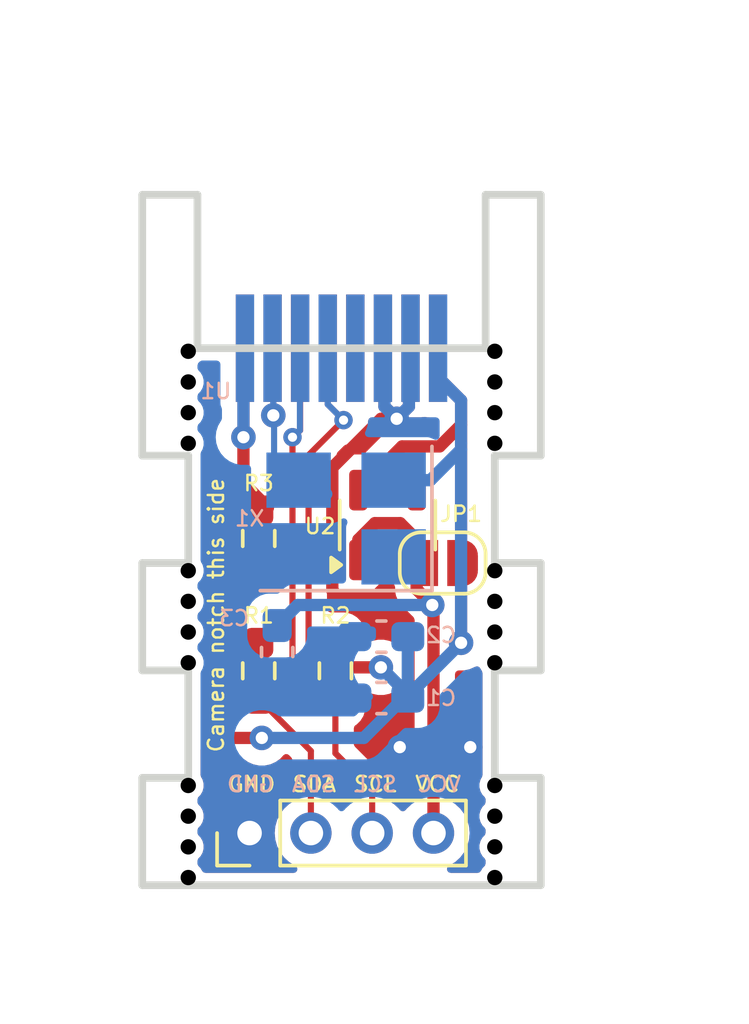
<source format=kicad_pcb>
(kicad_pcb (version 20240108) (generator "pcbnew") (generator_version "8.0")
  (layers (0 "F.Cu" signal) (31 "B.Cu" signal) (34 "B.Paste" user) (35 "F.Paste" user) (36 "B.SilkS" user "B.Silkscreen") (37 "F.SilkS" user "F.Silkscreen") (38 "B.Mask" user) (39 "F.Mask" user) (44 "Edge.Cuts" user))
  (net 0 "")
  (net 1 "+3.3V")
  (net 2 "GND")
  (net 3 "/SDA")
  (net 4 "/SCL")
  (net 5 "Net-(U1-RESET)")
  (net 7 "/CLK")
  (net 10 "VCC")
  (footprint "PCM_kikit:NPTH" (layer "F.Cu") (at 111.5 119.25)
    (property "Reference" "REF**" (hide yes))
    (property "Value" "NPTH" (hide yes))
    (pad "" np_thru_hole circle (at 0 0) (size 0.5 0.5) (drill 0.5) (layers "*.Mask"))
  )
  (footprint "PCM_kikit:NPTH" (layer "F.Cu") (at 111.5 121.25)
    (property "Reference" "REF**" (hide yes))
    (property "Value" "NPTH" (hide yes))
    (pad "" np_thru_hole circle (at 0 0) (size 0.5 0.5) (drill 0.5) (layers "*.Mask"))
  )
  (footprint "PCM_kikit:NPTH" (layer "F.Cu") (at 111.5 112.25)
    (property "Reference" "REF**" (hide yes))
    (property "Value" "NPTH" (hide yes))
    (pad "" np_thru_hole circle (at 0 0) (size 0.5 0.5) (drill 0.5) (layers "*.Mask"))
  )
  (footprint "PCM_kikit:NPTH" (layer "F.Cu") (at 101.5 104.1)
    (property "Reference" "REF**" (hide yes))
    (property "Value" "NPTH" (hide yes))
    (pad "" np_thru_hole circle (at 0 0) (size 0.5 0.5) (drill 0.5) (layers "*.Mask"))
  )
  (footprint "PCM_kikit:NPTH" (layer "F.Cu") (at 111.5 105.1)
    (property "Reference" "REF**" (hide yes))
    (property "Value" "NPTH" (hide yes))
    (pad "" np_thru_hole circle (at 0 0) (size 0.5 0.5) (drill 0.5) (layers "*.Mask"))
  )
  (footprint "PCM_kikit:NPTH" (layer "F.Cu") (at 111.5 107.1)
    (property "Reference" "REF**" (hide yes))
    (property "Value" "NPTH" (hide yes))
    (pad "" np_thru_hole circle (at 0 0) (size 0.5 0.5) (drill 0.5) (layers "*.Mask"))
  )
  (footprint "PCM_kikit:NPTH" (layer "F.Cu") (at 101.5 121.25)
    (property "Reference" "REF**" (hide yes))
    (property "Value" "NPTH" (hide yes))
    (pad "" np_thru_hole circle (at 0 0) (size 0.5 0.5) (drill 0.5) (layers "*.Mask"))
  )
  (footprint "PCM_kikit:NPTH" (layer "F.Cu") (at 101.5 106.1)
    (property "Reference" "REF**" (hide yes))
    (property "Value" "NPTH" (hide yes))
    (pad "" np_thru_hole circle (at 0 0) (size 0.5 0.5) (drill 0.5) (layers "*.Mask"))
  )
  (footprint "PCM_kikit:NPTH" (layer "F.Cu") (at 101.5 112.25)
    (property "Reference" "REF**" (hide yes))
    (property "Value" "NPTH" (hide yes))
    (pad "" np_thru_hole circle (at 0 0) (size 0.5 0.5) (drill 0.5) (layers "*.Mask"))
  )
  (footprint "PCM_kikit:NPTH" (layer "F.Cu") (at 101.5 107.1)
    (property "Reference" "REF**" (hide yes))
    (property "Value" "NPTH" (hide yes))
    (pad "" np_thru_hole circle (at 0 0) (size 0.5 0.5) (drill 0.5) (layers "*.Mask"))
  )
  (footprint "PCM_kikit:NPTH" (layer "F.Cu") (at 101.5 114.25)
    (property "Reference" "REF**" (hide yes))
    (property "Value" "NPTH" (hide yes))
    (pad "" np_thru_hole circle (at 0 0) (size 0.5 0.5) (drill 0.5) (layers "*.Mask"))
  )
  (footprint "PCM_kikit:NPTH" (layer "F.Cu") (at 111.5 118.25)
    (property "Reference" "REF**" (hide yes))
    (property "Value" "NPTH" (hide yes))
    (pad "" np_thru_hole circle (at 0 0) (size 0.5 0.5) (drill 0.5) (layers "*.Mask"))
  )
  (footprint "PCM_kikit:NPTH" (layer "F.Cu") (at 101.5 120.25)
    (property "Reference" "REF**" (hide yes))
    (property "Value" "NPTH" (hide yes))
    (pad "" np_thru_hole circle (at 0 0) (size 0.5 0.5) (drill 0.5) (layers "*.Mask"))
  )
  (footprint "Resistor_SMD:R_0603_1608Metric_Pad0.98x0.95mm_HandSolder" (layer "F.Cu") (at 103.8 110.2 90)
    (property "Reference" "R3" (at 1.8 0 0) (layer "F.SilkS") (effects (font (size 0.5 0.5) (thickness 0.08))))
    (property "Value" "33K")
    (fp_line (start -0.254724 -0.5225) (end 0.254724 -0.5225) (stroke (width 0.12)) (layer "F.SilkS"))
    (fp_line (start -0.254724 0.5225) (end 0.254724 0.5225) (stroke (width 0.12)) (layer "F.SilkS"))
    (pad "1" smd roundrect (at -0.9125 0 90) (size 0.975 0.95) (layers "F.Cu" "F.Paste" "F.Mask") (net 1 "+3.3V"))
    (pad "2" smd roundrect (at 0.9125 0 90) (size 0.975 0.95) (layers "F.Cu" "F.Paste" "F.Mask") (net 5 "Net-(U1-RESET)"))
  )
  (footprint "PCM_kikit:NPTH" (layer "F.Cu") (at 111.5 104.1)
    (property "Reference" "REF**" (hide yes))
    (property "Value" "NPTH" (hide yes))
    (pad "" np_thru_hole circle (at 0 0) (size 0.5 0.5) (drill 0.5) (layers "*.Mask"))
  )
  (footprint "PCM_kikit:NPTH" (layer "F.Cu") (at 101.5 111.25)
    (property "Reference" "REF**" (hide yes))
    (property "Value" "NPTH" (hide yes))
    (pad "" np_thru_hole circle (at 0 0) (size 0.5 0.5) (drill 0.5) (layers "*.Mask"))
  )
  (footprint "PCM_kikit:NPTH" (layer "F.Cu") (at 111.5 114.25)
    (property "Reference" "REF**" (hide yes))
    (property "Value" "NPTH" (hide yes))
    (pad "" np_thru_hole circle (at 0 0) (size 0.5 0.5) (drill 0.5) (layers "*.Mask"))
  )
  (footprint "PCM_kikit:NPTH" (layer "F.Cu") (at 101.5 105.1)
    (property "Reference" "REF**" (hide yes))
    (property "Value" "NPTH" (hide yes))
    (pad "" np_thru_hole circle (at 0 0) (size 0.5 0.5) (drill 0.5) (layers "*.Mask"))
  )
  (footprint "Connector_PinHeader_2.00mm:PinHeader_1x04_P2.00mm_Vertical" (layer "F.Cu") (at 103.5 119.8 90)
    (property "Reference" "J1" (hide yes))
    (property "Value" "Conn_01x04_Pin")
    (fp_line (start -1.06 -1.06) (end 0 -1.06) (stroke (width 0.12)) (layer "F.SilkS"))
    (fp_line (start -1.06 0) (end -1.06 -1.06) (stroke (width 0.12)) (layer "F.SilkS"))
    (fp_line (start 1.06 1) (end 1.06 7.06) (stroke (width 0.12)) (layer "F.SilkS"))
    (fp_line (start -1.06 1) (end 1.06 1) (stroke (width 0.12)) (layer "F.SilkS"))
    (fp_line (start -1.06 1) (end -1.06 7.06) (stroke (width 0.12)) (layer "F.SilkS"))
    (fp_line (start -1.06 7.06) (end 1.06 7.06) (stroke (width 0.12)) (layer "F.SilkS"))
    (pad "1" thru_hole rect (at 0 0 90) (size 1.35 1.35) (drill 0.8) (layers "*.Cu" "*.Mask") (net 2 "GND"))
    (pad "2" thru_hole oval (at 0 2 90) (size 1.35 1.35) (drill 0.8) (layers "*.Cu" "*.Mask") (net 3 "/SDA"))
    (pad "3" thru_hole oval (at 0 4 90) (size 1.35 1.35) (drill 0.8) (layers "*.Cu" "*.Mask") (net 4 "/SCL"))
    (pad "4" thru_hole oval (at 0 6 90) (size 1.35 1.35) (drill 0.8) (layers "*.Cu" "*.Mask") (net 10 "VCC"))
  )
  (footprint "Resistor_SMD:R_0603_1608Metric_Pad0.98x0.95mm_HandSolder" (layer "F.Cu") (at 106.3 114.5125 90)
    (property "Reference" "R2" (at 1.8 0 0) (layer "F.SilkS") (effects (font (size 0.5 0.5) (thickness 0.08))))
    (property "Value" "2.7K")
    (fp_line (start -0.254724 -0.5225) (end 0.254724 -0.5225) (stroke (width 0.12)) (layer "F.SilkS"))
    (fp_line (start -0.254724 0.5225) (end 0.254724 0.5225) (stroke (width 0.12)) (layer "F.SilkS"))
    (pad "1" smd roundrect (at -0.9125 0 90) (size 0.975 0.95) (layers "F.Cu" "F.Paste" "F.Mask") (net 4 "/SCL"))
    (pad "2" smd roundrect (at 0.9125 0 90) (size 0.975 0.95) (layers "F.Cu" "F.Paste" "F.Mask") (net 1 "+3.3V"))
  )
  (footprint "PCM_kikit:NPTH" (layer "F.Cu") (at 111.5 111.25)
    (property "Reference" "REF**" (hide yes))
    (property "Value" "NPTH" (hide yes))
    (pad "" np_thru_hole circle (at 0 0) (size 0.5 0.5) (drill 0.5) (layers "*.Mask"))
  )
  (footprint "Jumper:SolderJumper-2_P1.3mm_Open_RoundedPad1.0x1.5mm" (layer "F.Cu") (at 109.8 111)
    (property "Reference" "JP1" (at 0.6 -1.6 0) (layer "F.SilkS") (effects (font (size 0.5 0.5) (thickness 0.08))))
    (property "Value" "SolderJumper_2_Open")
    (fp_line (start -1.4 0.3) (end -1.4 -0.3) (stroke (width 0.12)) (layer "F.SilkS"))
    (fp_line (start -0.7 -1) (end 0.7 -1) (stroke (width 0.12)) (layer "F.SilkS"))
    (fp_line (start 0.7 1) (end -0.7 1) (stroke (width 0.12)) (layer "F.SilkS"))
    (fp_line (start 1.4 -0.3) (end 1.4 0.3) (stroke (width 0.12)) (layer "F.SilkS"))
    (fp_arc (start -1.4 -0.3) (mid -1.194975 -0.794975) (end -0.7 -1) (stroke (width 0.12)) (layer "F.SilkS"))
    (fp_arc (start -0.7 1) (mid -1.194975 0.794975) (end -1.4 0.3) (stroke (width 0.12)) (layer "F.SilkS"))
    (fp_arc (start 0.7 -1) (mid 1.194975 -0.794975) (end 1.4 -0.3) (stroke (width 0.12)) (layer "F.SilkS"))
    (fp_arc (start 1.4 0.3) (mid 1.194975 0.794975) (end 0.7 1) (stroke (width 0.12)) (layer "F.SilkS"))
    (pad "1" smd custom (at -0.65 0) (size 1 0.5) (layers "F.Cu" "F.Mask") (net 10 "VCC") (options (clearance outline) (anchor rect)) (primitives (gr_circle (center 0 0.25) (end 0.5 0.25) (width 0) (fill yes)) (gr_circle (center 0 -0.25) (end 0.5 -0.25) (width 0) (fill yes)) (gr_poly (pts (xy 0.5 0.75) (xy 0 0.75) (xy 0 -0.75) (xy 0.5 -0.75)) (width 0) (fill yes))))
    (pad "2" smd custom (at 0.65 0) (size 1 0.5) (layers "F.Cu" "F.Mask") (net 1 "+3.3V") (options (clearance outline) (anchor rect)) (primitives (gr_circle (center 0 0.25) (end 0.5 0.25) (width 0) (fill yes)) (gr_circle (center 0 -0.25) (end 0.5 -0.25) (width 0) (fill yes)) (gr_poly (pts (xy 0 0.75) (xy -0.5 0.75) (xy -0.5 -0.75) (xy 0 -0.75)) (width 0) (fill yes))))
  )
  (footprint "PCM_kikit:NPTH" (layer "F.Cu") (at 101.5 118.25)
    (property "Reference" "REF**" (hide yes))
    (property "Value" "NPTH" (hide yes))
    (pad "" np_thru_hole circle (at 0 0) (size 0.5 0.5) (drill 0.5) (layers "*.Mask"))
  )
  (footprint "Resistor_SMD:R_0603_1608Metric_Pad0.98x0.95mm_HandSolder" (layer "F.Cu") (at 103.8 114.5125 -90)
    (property "Reference" "R1" (at -1.8 0 0) (layer "F.SilkS") (effects (font (size 0.5 0.5) (thickness 0.08))))
    (property "Value" "2.7K")
    (fp_line (start -0.254724 0.5225) (end 0.254724 0.5225) (stroke (width 0.12)) (layer "F.SilkS"))
    (fp_line (start -0.254724 -0.5225) (end 0.254724 -0.5225) (stroke (width 0.12)) (layer "F.SilkS"))
    (pad "1" smd roundrect (at -0.9125 0 270) (size 0.975 0.95) (layers "F.Cu" "F.Paste" "F.Mask") (net 1 "+3.3V"))
    (pad "2" smd roundrect (at 0.9125 0 270) (size 0.975 0.95) (layers "F.Cu" "F.Paste" "F.Mask") (net 3 "/SDA"))
  )
  (footprint "Package_TO_SOT_SMD:SOT-23-5" (layer "F.Cu") (at 108 109.7625 90)
    (property "Reference" "U2" (at -0.0375 -2.2 0) (layer "F.SilkS") (effects (font (size 0.5 0.5) (thickness 0.08))))
    (property "Value" "AP2112-3.3V")
    (fp_line (start 0 -1.56) (end 0.8 -1.56) (stroke (width 0.12)) (layer "F.SilkS"))
    (fp_line (start 0 -1.56) (end -0.8 -1.56) (stroke (width 0.12)) (layer "F.SilkS"))
    (fp_line (start 0 1.56) (end 0.8 1.56) (stroke (width 0.12)) (layer "F.SilkS"))
    (fp_line (start 0 1.56) (end -0.8 1.56) (stroke (width 0.12)) (layer "F.SilkS"))
    (fp_poly (pts (xy -1.3 -1.51) (xy -1.54 -1.84) (xy -1.06 -1.84) (xy -1.3 -1.51)) (stroke (width 0.12)) (fill solid) (layer "F.SilkS"))
    (pad "1" smd roundrect (at -1.1375 -0.95 90) (size 1.325 0.6) (layers "F.Cu" "F.Paste" "F.Mask") (net 10 "VCC"))
    (pad "2" smd roundrect (at -1.1375 0 90) (size 1.325 0.6) (layers "F.Cu" "F.Paste" "F.Mask") (net 2 "GND"))
    (pad "3" smd roundrect (at -1.1375 0.95 90) (size 1.325 0.6) (layers "F.Cu" "F.Paste" "F.Mask") (net 10 "VCC"))
    (pad "4" smd roundrect (at 1.1375 0.95 90) (size 1.325 0.6) (layers "F.Cu" "F.Paste" "F.Mask"))
    (pad "5" smd roundrect (at 1.1375 -0.95 90) (size 1.325 0.6) (layers "F.Cu" "F.Paste" "F.Mask") (net 1 "+3.3V"))
  )
  (footprint "PCM_kikit:NPTH" (layer "F.Cu") (at 111.5 113.25)
    (property "Reference" "REF**" (hide yes))
    (property "Value" "NPTH" (hide yes))
    (pad "" np_thru_hole circle (at 0 0) (size 0.5 0.5) (drill 0.5) (layers "*.Mask"))
  )
  (footprint "PCM_kikit:NPTH" (layer "F.Cu") (at 111.5 120.25)
    (property "Reference" "REF**" (hide yes))
    (property "Value" "NPTH" (hide yes))
    (pad "" np_thru_hole circle (at 0 0) (size 0.5 0.5) (drill 0.5) (layers "*.Mask"))
  )
  (footprint "PCM_kikit:NPTH" (layer "F.Cu") (at 101.5 113.25)
    (property "Reference" "REF**" (hide yes))
    (property "Value" "NPTH" (hide yes))
    (pad "" np_thru_hole circle (at 0 0) (size 0.5 0.5) (drill 0.5) (layers "*.Mask"))
  )
  (footprint "PCM_kikit:NPTH" (layer "F.Cu") (at 111.5 106.1)
    (property "Reference" "REF**" (hide yes))
    (property "Value" "NPTH" (hide yes))
    (pad "" np_thru_hole circle (at 0 0) (size 0.5 0.5) (drill 0.5) (layers "*.Mask"))
  )
  (footprint "PCM_kikit:Tab" (layer "F.Cu") (at 112.1 99 -90)
    (property "Reference" "REF**" (hide yes))
    (property "Value" "Tab")
  )
  (footprint "PCM_kikit:NPTH" (layer "F.Cu") (at 101.5 119.25)
    (property "Reference" "REF**" (hide yes))
    (property "Value" "NPTH" (hide yes))
    (pad "" np_thru_hole circle (at 0 0) (size 0.5 0.5) (drill 0.5) (layers "*.Mask"))
  )
  (footprint "Oscillator:Oscillator_SMD_SeikoEpson_SG8002CE-4Pin_3.2x2.5mm_HandSoldering" (layer "B.Cu") (at 106.65 109.55 180)
    (property "Reference" "X1" (at 3.15 0 0) (layer "B.SilkS") (effects (font (size 0.5 0.5) (thickness 0.08)) (justify mirror)))
    (property "Value" "SG3225CAN 24.0000M-TJGA3")
    (fp_line (start 2.8 -2.35) (end -2.8 -2.35) (stroke (width 0.12)) (layer "B.SilkS"))
    (fp_line (start -2.8 -2.35) (end -2.8 2.35) (stroke (width 0.12)) (layer "B.SilkS"))
    (pad "1" smd rect (at -1.55 -1.25 180) (size 2.1 1.8) (layers "B.Cu" "B.Paste" "B.Mask"))
    (pad "2" smd rect (at 1.55 -1.25 180) (size 2.1 1.8) (layers "B.Cu" "B.Paste" "B.Mask") (net 2 "GND"))
    (pad "3" smd rect (at 1.55 1.25 180) (size 2.1 1.8) (layers "B.Cu" "B.Paste" "B.Mask") (net 7 "/CLK"))
    (pad "4" smd rect (at -1.55 1.25 180) (size 2.1 1.8) (layers "B.Cu" "B.Paste" "B.Mask") (net 1 "+3.3V"))
  )
  (footprint "Capacitor_SMD:C_0603_1608Metric_Pad1.08x0.95mm_HandSolder" (layer "B.Cu") (at 107.8 115.4 180)
    (property "Reference" "C1" (at -1.95 0 0) (layer "B.SilkS") (effects (font (size 0.5 0.5) (thickness 0.08)) (justify mirror)))
    (property "Value" "0.1uF")
    (fp_line (start 0.146267 0.51) (end -0.146267 0.51) (stroke (width 0.12)) (layer "B.SilkS"))
    (fp_line (start 0.146267 -0.51) (end -0.146267 -0.51) (stroke (width 0.12)) (layer "B.SilkS"))
    (pad "1" smd roundrect (at -0.8625 0 180) (size 1.075 0.95) (layers "B.Cu" "B.Paste" "B.Mask") (net 1 "+3.3V"))
    (pad "2" smd roundrect (at 0.8625 0 180) (size 1.075 0.95) (layers "B.Cu" "B.Paste" "B.Mask") (net 2 "GND"))
  )
  (footprint "Capacitor_SMD:C_0603_1608Metric_Pad1.08x0.95mm_HandSolder" (layer "B.Cu") (at 107.8 113.4 180)
    (property "Reference" "C2" (at -1.95 0.05 0) (layer "B.SilkS") (effects (font (size 0.5 0.5) (thickness 0.08)) (justify mirror)))
    (property "Value" "1uF")
    (fp_line (start 0.146267 0.51) (end -0.146267 0.51) (stroke (width 0.12)) (layer "B.SilkS"))
    (fp_line (start 0.146267 -0.51) (end -0.146267 -0.51) (stroke (width 0.12)) (layer "B.SilkS"))
    (pad "1" smd roundrect (at -0.8625 0 180) (size 1.075 0.95) (layers "B.Cu" "B.Paste" "B.Mask") (net 1 "+3.3V"))
    (pad "2" smd roundrect (at 0.8625 0 180) (size 1.075 0.95) (layers "B.Cu" "B.Paste" "B.Mask") (net 2 "GND"))
  )
  (footprint "GUN4IR:wiimote-pixart-camera-inline_slim_nocuts" (layer "B.Cu") (at 106.5 101.5 180)
    (property "Reference" "U1" (at 4.1 -3.9 0) (layer "B.SilkS") (effects (font (size 0.5 0.5) (thickness 0.08)) (justify mirror)))
    (property "Value" "~")
    (pad "1" connect rect (at -3.15 -2.5 180) (size 0.6 3.5) (layers "F.Cu" "F.Mask") (net 1 "+3.3V"))
    (pad "1" connect rect (at -3.15 -2.5 180) (size 0.6 3.5) (layers "B.Cu" "B.Mask") (net 1 "+3.3V"))
    (pad "2" connect rect (at -2.25 -2.5 180) (size 0.6 3.5) (layers "F.Cu" "F.Mask") (net 2 "GND"))
    (pad "2" connect rect (at -2.25 -2.5 180) (size 0.6 3.5) (layers "B.Cu" "B.Mask") (net 2 "GND"))
    (pad "3" connect rect (at -1.35 -2.5 180) (size 0.6 3.5) (layers "F.Cu" "F.Mask") (net 2 "GND"))
    (pad "3" connect rect (at -1.35 -2.5 180) (size 0.6 3.5) (layers "B.Cu" "B.Mask") (net 2 "GND"))
    (pad "4" connect rect (at -0.45 -2.5 180) (size 0.6 3.5) (layers "F.Cu" "F.Mask"))
    (pad "4" connect rect (at -0.45 -2.5 180) (size 0.6 3.5) (layers "B.Cu" "B.Mask"))
    (pad "5" connect rect (at 0.45 -2.5 180) (size 0.6 3.5) (layers "F.Cu" "F.Mask") (net 4 "/SCL"))
    (pad "5" connect rect (at 0.45 -2.5 180) (size 0.6 3.5) (layers "B.Cu" "B.Mask") (net 4 "/SCL"))
    (pad "6" connect rect (at 1.35 -2.5 180) (size 0.6 3.5) (layers "F.Cu" "F.Mask") (net 3 "/SDA"))
    (pad "6" connect rect (at 1.35 -2.5 180) (size 0.6 3.5) (layers "B.Cu" "B.Mask") (net 3 "/SDA"))
    (pad "7" connect rect (at 2.25 -2.5 180) (size 0.6 3.5) (layers "F.Cu" "F.Mask") (net 7 "/CLK"))
    (pad "7" connect rect (at 2.25 -2.5 180) (size 0.6 3.5) (layers "B.Cu" "B.Mask") (net 7 "/CLK"))
    (pad "8" connect rect (at 3.15 -2.5 180) (size 0.6 3.5) (layers "F.Cu" "F.Mask") (net 5 "Net-(U1-RESET)"))
    (pad "8" connect rect (at 3.15 -2.5 180) (size 0.6 3.5) (layers "B.Cu" "B.Mask") (net 5 "Net-(U1-RESET)"))
  )
  (footprint "Capacitor_SMD:C_0603_1608Metric_Pad1.08x0.95mm_HandSolder" (layer "B.Cu") (at 104.4 113.9 -90)
    (property "Reference" "C3" (at -1.1 1.4 180) (layer "B.SilkS") (effects (font (size 0.5 0.5) (thickness 0.08)) (justify mirror)))
    (property "Value" "1uF")
    (fp_line (start 0.146267 0.51) (end -0.146267 0.51) (stroke (width 0.12)) (layer "B.SilkS"))
    (fp_line (start 0.146267 -0.51) (end -0.146267 -0.51) (stroke (width 0.12)) (layer "B.SilkS"))
    (pad "1" smd roundrect (at -0.8625 0 270) (size 1.075 0.95) (layers "B.Cu" "B.Paste" "B.Mask") (net 10 "VCC"))
    (pad "2" smd roundrect (at 0.8625 0 270) (size 1.075 0.95) (layers "B.Cu" "B.Paste" "B.Mask") (net 2 "GND"))
  )
  (gr_line (start 111.5 111) (end 113 111) (stroke (width 0.25)) (layer "Edge.Cuts"))
  (gr_line (start 101.5 118) (end 100 118) (stroke (width 0.25)) (layer "Edge.Cuts"))
  (gr_line (start 113 111) (end 113 114.5) (stroke (width 0.25)) (layer "Edge.Cuts"))
  (gr_line (start 100 107.5) (end 100 99) (stroke (width 0.25)) (layer "Edge.Cuts"))
  (gr_line (start 100 121.5) (end 113 121.5) (stroke (width 0.25)) (layer "Edge.Cuts"))
  (gr_line (start 113 99) (end 111.2 99) (stroke (width 0.25)) (layer "Edge.Cuts"))
  (gr_line (start 101.8 99) (end 100 99) (stroke (width 0.25)) (layer "Edge.Cuts"))
  (gr_line (start 111.5 118) (end 113 118) (stroke (width 0.25)) (layer "Edge.Cuts"))
  (gr_line (start 100 111) (end 100 114.5) (stroke (width 0.25)) (layer "Edge.Cuts"))
  (gr_line (start 101.5 118) (end 101.5 114.5) (stroke (width 0.25)) (layer "Edge.Cuts"))
  (gr_line (start 101.5 114.5) (end 100 114.5) (stroke (width 0.25)) (layer "Edge.Cuts"))
  (gr_line (start 101.8 99) (end 101.8 104) (stroke (width 0.25)) (layer "Edge.Cuts"))
  (gr_line (start 111.5 114.5) (end 113 114.5) (stroke (width 0.25)) (layer "Edge.Cuts"))
  (gr_line (start 111.5 118) (end 111.5 114.5) (stroke (width 0.25)) (layer "Edge.Cuts"))
  (gr_line (start 101.5 111) (end 101.5 107.5) (stroke (width 0.25)) (layer "Edge.Cuts"))
  (gr_line (start 113 107.5) (end 111.5 107.5) (stroke (width 0.25)) (layer "Edge.Cuts"))
  (gr_line (start 111.2 99) (end 111.2 104) (stroke (width 0.25)) (layer "Edge.Cuts"))
  (gr_line (start 100 118) (end 100 121.5) (stroke (width 0.25)) (layer "Edge.Cuts"))
  (gr_line (start 111.5 111) (end 111.5 107.5) (stroke (width 0.25)) (layer "Edge.Cuts"))
  (gr_line (start 100 107.5) (end 101.5 107.5) (stroke (width 0.25)) (layer "Edge.Cuts"))
  (gr_line (start 111.2 104) (end 101.8 104) (stroke (width 0.25)) (layer "Edge.Cuts"))
  (gr_line (start 101.5 111) (end 100 111) (stroke (width 0.25)) (layer "Edge.Cuts"))
  (gr_line (start 113 107.5) (end 113 99) (stroke (width 0.25)) (layer "Edge.Cuts"))
  (gr_line (start 113 118) (end 113 121.5) (stroke (width 0.25)) (layer "Edge.Cuts"))
  (gr_text "SDA" (at 106.345238 118.5 -0) (layer "B.SilkS") (effects (font (size 0.5 0.5) (thickness 0.08)) (justify left bottom mirror)))
  (gr_text "GND" (at 104.345238 118.5 -0) (layer "B.SilkS") (effects (font (size 0.5 0.5) (thickness 0.08)) (justify left bottom mirror)))
  (gr_text "VCC" (at 110.445238 118.5 -0) (layer "B.SilkS") (effects (font (size 0.5 0.5) (thickness 0.08)) (justify left bottom mirror)))
  (gr_text "SCL" (at 108.345238 118.5 -0) (layer "B.SilkS") (effects (font (size 0.5 0.5) (thickness 0.08)) (justify left bottom mirror)))
  (gr_text "Camera notch this side" (at 102.7 112.7 90) (layer "F.SilkS") (effects (font (size 0.5 0.5) (thickness 0.08)) (justify bottom)))
  (gr_text "VCC" (at 108.858096 118.5 0) (layer "F.SilkS") (effects (font (size 0.5 0.5) (thickness 0.08)) (justify left bottom)))
  (gr_text "SCL" (at 106.858096 118.5 0) (layer "F.SilkS") (effects (font (size 0.5 0.5) (thickness 0.08)) (justify left bottom)))
  (gr_text "GND" (at 102.758096 118.5 0) (layer "F.SilkS") (effects (font (size 0.5 0.5) (thickness 0.08)) (justify left bottom)))
  (gr_text "SDA" (at 104.858096 118.5 0) (layer "F.SilkS") (effects (font (size 0.5 0.5) (thickness 0.08)) (justify left bottom)))
  (segment (start 107.05 108.625) (end 108.475 107.2) (width 0.4) (layer "F.Cu") (net 1))
  (segment (start 102.4 112.6) (end 103.8 111.2) (width 0.4) (layer "F.Cu") (net 1))
  (segment (start 109.7 107.2) (end 110.4 106.5) (width 0.4) (layer "F.Cu") (net 1))
  (segment (start 110.4 105.7) (end 109.65 104.95) (width 0.4) (layer "F.Cu") (net 1))
  (segment (start 106.3 114.1) (end 106.6 114.4) (width 0.4) (layer "F.Cu") (net 1))
  (segment (start 107.783793 114.4) (end 107.783794 114.399999) (width 0.4) (layer "F.Cu") (net 1))
  (segment (start 110.4 113.6) (end 110.4 106.5) (width 0.4) (layer "F.Cu") (net 1))
  (segment (start 108.475 107.2) (end 109.7 107.2) (width 0.4) (layer "F.Cu") (net 1))
  (segment (start 102.4 116.3) (end 102.8 116.7) (width 0.4) (layer "F.Cu") (net 1))
  (segment (start 102.4 116.3) (end 102.4 114.5) (width 0.4) (layer "F.Cu") (net 1))
  (segment (start 106.6 114.4) (end 107.783793 114.4) (width 0.4) (layer "F.Cu") (net 1))
  (segment (start 110.4 106.4) (end 110.4 105.7) (width 0.4) (layer "F.Cu") (net 1))
  (segment (start 102.4 112.6) (end 102.4 114.5) (width 0.4) (layer "F.Cu") (net 1))
  (segment (start 103.3 113.6) (end 102.4 114.5) (width 0.4) (layer "F.Cu") (net 1))
  (segment (start 103.8 113.6) (end 103.3 113.6) (width 0.4) (layer "F.Cu") (net 1))
  (segment (start 102.8 116.7) (end 103.9 116.7) (width 0.4) (layer "F.Cu") (net 1))
  (segment (start 110.4 106.5) (end 110.4 106.4) (width 0.4) (layer "F.Cu") (net 1))
  (segment (start 106.3 113.6) (end 106.3 114.1) (width 0.4) (layer "F.Cu") (net 1))
  (via (at 107.783794 114.399999) (size 0.8) (drill 0.4) (layers "F.Cu" "B.Cu") (net 1))
  (via (at 110.4 113.6) (size 0.8) (drill 0.4) (layers "F.Cu" "B.Cu") (net 1))
  (via (at 103.9 116.7) (size 0.8) (drill 0.4) (layers "F.Cu" "B.Cu") (net 1))
  (segment (start 108.6625 113.4) (end 108.6625 114.9) (width 0.4) (layer "B.Cu") (net 1))
  (segment (start 110.4 105.7) (end 109.65 104.95) (width 0.4) (layer "B.Cu") (net 1))
  (segment (start 109.4 108.3) (end 110.4 107.3) (width 0.4) (layer "B.Cu") (net 1))
  (segment (start 108.2 108.3) (end 109.4 108.3) (width 0.4) (layer "B.Cu") (net 1))
  (segment (start 110.4 107.3) (end 110.4 107.1) (width 0.4) (layer "B.Cu") (net 1))
  (segment (start 108.6625 115.264707) (end 108.6625 114.9) (width 0.4) (layer "B.Cu") (net 1))
  (segment (start 108.6625 115.3375) (end 110.4 113.6) (width 0.4) (layer "B.Cu") (net 1))
  (segment (start 110.4 107.1) (end 110.4 105.7) (width 0.4) (layer "B.Cu") (net 1))
  (segment (start 103.9 116.7) (end 107.227207 116.7) (width 0.4) (layer "B.Cu") (net 1))
  (segment (start 110.4 113.6) (end 110.4 107.3) (width 0.4) (layer "B.Cu") (net 1))
  (segment (start 108.6625 115.278705) (end 107.783794 114.399999) (width 0.4) (layer "B.Cu") (net 1))
  (segment (start 107.227207 116.7) (end 108.527207 115.4) (width 0.4) (layer "B.Cu") (net 1))
  (segment (start 108 112.2) (end 108 110.9) (width 0.4) (layer "F.Cu") (net 2))
  (segment (start 107.789106 106.3) (end 106.2 107.889106) (width 0.4) (layer "F.Cu") (net 2))
  (segment (start 108.3 106.3) (end 107.9 105.9) (width 0.4) (layer "F.Cu") (net 2))
  (segment (start 106.2 107.889106) (end 106.2 111.9) (width 0.4) (layer "F.Cu") (net 2))
  (segment (start 107.9 105.9) (end 107.9 105.5) (width 0.4) (layer "F.Cu") (net 2))
  (segment (start 108.3 106.3) (end 107.789106 106.3) (width 0.4) (layer "F.Cu") (net 2))
  (segment (start 106.2 111.9) (end 106.4 112.1) (width 0.4) (layer "F.Cu") (net 2))
  (segment (start 108.683794 112.883794) (end 108 112.2) (width 0.4) (layer "F.Cu") (net 2))
  (segment (start 108.683794 116.516206) (end 108.683794 112.883794) (width 0.4) (layer "F.Cu") (net 2))
  (segment (start 106.4 112.1) (end 107.6 112.1) (width 0.4) (layer "F.Cu") (net 2))
  (segment (start 108 111.7) (end 108 110.9) (width 0.4) (layer "F.Cu") (net 2))
  (segment (start 107.6 112.1) (end 108 111.7) (width 0.4) (layer "F.Cu") (net 2))
  (segment (start 108.7 105.9) (end 108.7 105.5) (width 0.4) (layer "F.Cu") (net 2))
  (segment (start 108.5 116.7) (end 108.683794 116.516206) (width 0.4) (layer "F.Cu") (net 2))
  (segment (start 108.3 106.3) (end 108.7 105.9) (width 0.4) (layer "F.Cu") (net 2))
  (via (at 108.3 106.3) (size 0.8) (drill 0.4) (layers "F.Cu" "B.Cu") (net 2))
  (via (at 110.7 117) (size 0.8) (drill 0.4) (layers "F.Cu" "B.Cu") (net 2))
  (via (at 108.4 117) (size 0.8) (drill 0.4) (layers "F.Cu" "B.Cu") (net 2))
  (segment (start 107.9 105.9) (end 107.9 105.5) (width 0.4) (layer "B.Cu") (net 2))
  (segment (start 108.3 106.3) (end 107.9 105.9) (width 0.4) (layer "B.Cu") (net 2))
  (segment (start 108.3 106.3) (end 108.7 105.9) (width 0.4) (layer "B.Cu") (net 2))
  (segment (start 108.7 105.9) (end 108.7 105.5) (width 0.4) (layer "B.Cu") (net 2))
  (segment (start 105.15 106.674512) (end 104.924514 106.899998) (width 0.2) (layer "F.Cu") (net 3))
  (segment (start 105.15 104.5) (end 105.15 106.674512) (width 0.2) (layer "F.Cu") (net 3))
  (segment (start 104.924514 106.899998) (end 104.9 106.899998) (width 0.2) (layer "F.Cu") (net 3))
  (segment (start 105.5 117.125) (end 105.5 119.8) (width 0.2) (layer "F.Cu") (net 3))
  (segment (start 105.5 117.125) (end 103.8 115.425) (width 0.2) (layer "F.Cu") (net 3))
  (segment (start 104.9 114.325) (end 104.9 106.924512) (width 0.2) (layer "F.Cu") (net 3))
  (segment (start 103.8 115.425) (end 104.9 114.325) (width 0.2) (layer "F.Cu") (net 3))
  (via (at 104.9 106.899998) (size 0.6) (drill 0.3) (layers "F.Cu" "B.Cu") (net 3))
  (segment (start 105.143105 106.681407) (end 105.143105 104.5) (width 0.2) (layer "B.Cu") (net 3))
  (segment (start 106.565147 106.343971) (end 106.05 105.828824) (width 0.2) (layer "F.Cu") (net 4))
  (segment (start 105.425 107.484118) (end 106.565147 106.343971) (width 0.2) (layer "F.Cu") (net 4))
  (segment (start 105.425 114.225) (end 106.3 115.1) (width 0.2) (layer "F.Cu") (net 4))
  (segment (start 106.3 117.2) (end 106.3 115.425) (width 0.2) (layer "F.Cu") (net 4))
  (segment (start 105.425 114.225) (end 105.425 107.484118) (width 0.2) (layer "F.Cu") (net 4))
  (segment (start 107.5 118.4) (end 106.3 117.2) (width 0.2) (layer "F.Cu") (net 4))
  (segment (start 107.5 118.4) (end 107.5 119.8) (width 0.2) (layer "F.Cu") (net 4))
  (segment (start 106.05 105.828824) (end 106.05 104.5) (width 0.2) (layer "F.Cu") (net 4))
  (via (at 106.565147 106.343971) (size 0.6) (drill 0.3) (layers "F.Cu" "B.Cu") (net 4))
  (segment (start 106.565147 106.343971) (end 106.05 105.828824) (width 0.2) (layer "B.Cu") (net 4))
  (segment (start 106.05 105.828824) (end 106.05 104.5) (width 0.2) (layer "B.Cu") (net 4))
  (segment (start 103.3 108.4) (end 103.3 106.9) (width 0.4) (layer "F.Cu") (net 5))
  (segment (start 103.3 106.9) (end 103.3 104.6) (width 0.4) (layer "F.Cu") (net 5))
  (segment (start 104.1 109.2) (end 103.35 108.45) (width 0.4) (layer "F.Cu") (net 5))
  (segment (start 103.35 108.45) (end 103.3 108.4) (width 0.4) (layer "F.Cu") (net 5))
  (via (at 103.3 106.9) (size 0.8) (drill 0.4) (layers "F.Cu" "B.Cu") (net 5))
  (segment (start 103.3 106.9) (end 103.3 104.6) (width 0.4) (layer "B.Cu") (net 5))
  (segment (start 104.273901 106.18695) (end 104.273901 104.5) (width 0.2) (layer "F.Cu") (net 7))
  (via (at 104.273901 106.18695) (size 0.8) (drill 0.4) (layers "F.Cu" "B.Cu") (net 7))
  (segment (start 104.3 107.5) (end 104.3 106.213049) (width 0.2) (layer "B.Cu") (net 7))
  (segment (start 106 108.75) (end 105.85 108.75) (width 0.4) (layer "B.Cu") (net 7))
  (segment (start 104.273901 106.18695) (end 104.273901 104.523901) (width 0.2) (layer "B.Cu") (net 7))
  (segment (start 105.75 108.75) (end 106 108.75) (width 0.4) (layer "B.Cu") (net 7))
  (segment (start 104.3 106.213049) (end 104.273901 106.18695) (width 0.2) (layer "B.Cu") (net 7))
  (segment (start 109.5 112.407274) (end 109.5 119.8) (width 0.4) (layer "F.Cu") (net 10))
  (segment (start 108.95 110.9) (end 108.95 110.237501) (width 0.4) (layer "F.Cu") (net 10))
  (segment (start 107.587501 109.7) (end 107.05 110.237501) (width 0.4) (layer "F.Cu") (net 10))
  (segment (start 108.412499 109.7) (end 107.587501 109.7) (width 0.4) (layer "F.Cu") (net 10))
  (segment (start 107.05 110.237501) (end 107.05 110.9) (width 0.4) (layer "F.Cu") (net 10))
  (segment (start 108.95 111.857274) (end 109.460367 112.367641) (width 0.4) (layer "F.Cu") (net 10))
  (segment (start 109.460367 112.367641) (end 109.5 112.407274) (width 0.4) (layer "F.Cu") (net 10))
  (segment (start 108.95 110.9) (end 108.95 111.857274) (width 0.4) (layer "F.Cu") (net 10))
  (segment (start 108.95 110.237501) (end 108.412499 109.7) (width 0.4) (layer "F.Cu") (net 10))
  (via (at 109.460367 112.367641) (size 0.8) (drill 0.4) (layers "F.Cu" "B.Cu") (net 10))
  (segment (start 109.460367 112.367641) (end 105.069859 112.367641) (width 0.4) (layer "B.Cu") (net 10))
  (segment (start 105.069859 112.367641) (end 104.4 113.0375) (width 0.4) (layer "B.Cu") (net 10))
  (zone (net 2) (net_name "GND") (layers "F&B.Cu") (connect_pads yes (clearance 0.5)) (min_thickness 0.25) (fill yes (thermal_gap 0.5) (thermal_bridge_width 0.5))
    (polygon (pts (xy 111.2 104.2) (xy 111.2 121.2) (xy 101.8 121.2) (xy 101.8 104.2)))
  )
)
</source>
